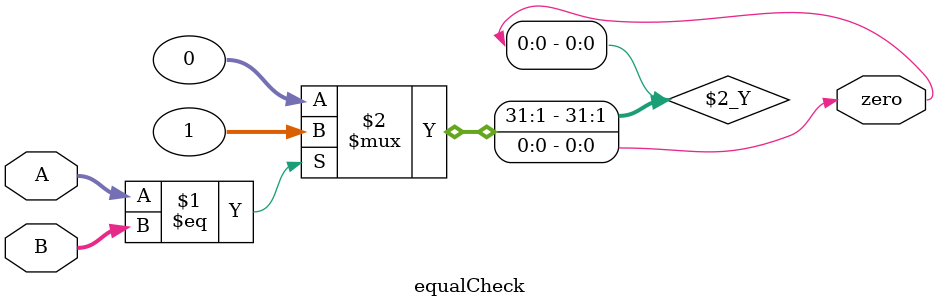
<source format=v>
module equalCheck(input [31:0]A,B, output zero );
	assign zero = (A==B) ? 1 : 0;
endmodule
		

</source>
